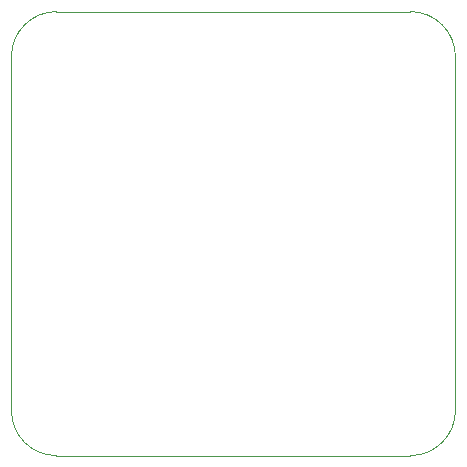
<source format=gbr>
G04 #@! TF.GenerationSoftware,KiCad,Pcbnew,(5.1.6)-1*
G04 #@! TF.CreationDate,2021-06-24T15:17:58+10:00*
G04 #@! TF.ProjectId,BSPD,42535044-2e6b-4696-9361-645f70636258,rev?*
G04 #@! TF.SameCoordinates,Original*
G04 #@! TF.FileFunction,Profile,NP*
%FSLAX46Y46*%
G04 Gerber Fmt 4.6, Leading zero omitted, Abs format (unit mm)*
G04 Created by KiCad (PCBNEW (5.1.6)-1) date 2021-06-24 15:17:58*
%MOMM*%
%LPD*%
G01*
G04 APERTURE LIST*
G04 #@! TA.AperFunction,Profile*
%ADD10C,0.050000*%
G04 #@! TD*
G04 APERTURE END LIST*
D10*
X113157000Y-106807000D02*
X113157000Y-76835000D01*
X79375000Y-110617000D02*
X109347000Y-110617000D01*
X75565000Y-76835000D02*
X75565000Y-106807000D01*
X109347000Y-73025000D02*
X79375000Y-73025000D01*
X79375000Y-110617000D02*
G75*
G02*
X75565000Y-106807000I0J3810000D01*
G01*
X113157000Y-106807000D02*
G75*
G02*
X109347000Y-110617000I-3810000J0D01*
G01*
X109347000Y-73025000D02*
G75*
G02*
X113157000Y-76835000I0J-3810000D01*
G01*
X75565000Y-76835000D02*
G75*
G02*
X79375000Y-73025000I3810000J0D01*
G01*
M02*

</source>
